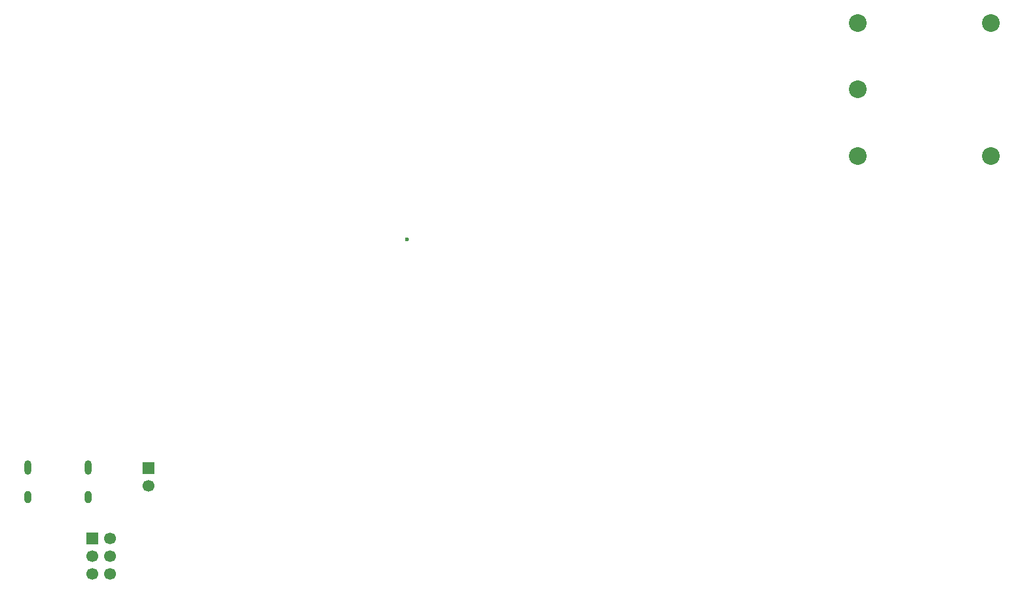
<source format=gbr>
%TF.GenerationSoftware,KiCad,Pcbnew,9.0.4*%
%TF.CreationDate,2025-09-29T16:45:49+02:00*%
%TF.ProjectId,gpsdo,67707364-6f2e-46b6-9963-61645f706362,rev?*%
%TF.SameCoordinates,Original*%
%TF.FileFunction,Copper,L4,Bot*%
%TF.FilePolarity,Positive*%
%FSLAX46Y46*%
G04 Gerber Fmt 4.6, Leading zero omitted, Abs format (unit mm)*
G04 Created by KiCad (PCBNEW 9.0.4) date 2025-09-29 16:45:49*
%MOMM*%
%LPD*%
G01*
G04 APERTURE LIST*
%TA.AperFunction,HeatsinkPad*%
%ADD10O,1.000000X2.100000*%
%TD*%
%TA.AperFunction,HeatsinkPad*%
%ADD11O,1.000000X1.800000*%
%TD*%
%TA.AperFunction,ComponentPad*%
%ADD12R,1.700000X1.700000*%
%TD*%
%TA.AperFunction,ComponentPad*%
%ADD13C,1.700000*%
%TD*%
%TA.AperFunction,ComponentPad*%
%ADD14C,2.540000*%
%TD*%
%TA.AperFunction,ViaPad*%
%ADD15C,0.600000*%
%TD*%
G04 APERTURE END LIST*
D10*
%TO.P,J3,S1,SHIELD*%
%TO.N,GND*%
X62227500Y-111715000D03*
D11*
X62227500Y-115915000D03*
D10*
X70867500Y-111715000D03*
D11*
X70867500Y-115915000D03*
%TD*%
D12*
%TO.P,J2,1,Pin_1*%
%TO.N,VDDA_3V3*%
X71427500Y-121840000D03*
D13*
%TO.P,J2,2,Pin_2*%
%TO.N,NRST*%
X73967500Y-121840000D03*
%TO.P,J2,3,Pin_3*%
%TO.N,SWO*%
X71427500Y-124380000D03*
%TO.P,J2,4,Pin_4*%
%TO.N,SWCLK*%
X73967500Y-124380000D03*
%TO.P,J2,5,Pin_5*%
%TO.N,SWDIO*%
X71427500Y-126920000D03*
%TO.P,J2,6,Pin_6*%
%TO.N,GND*%
X73967500Y-126920000D03*
%TD*%
D12*
%TO.P,J1,1,Pin_1*%
%TO.N,PPS_5V*%
X79477500Y-111760000D03*
D13*
%TO.P,J1,2,Pin_2*%
%TO.N,GND*%
X79477500Y-114300000D03*
%TD*%
D14*
%TO.P,OSC5A2B1,1,Out*%
%TO.N,OCXO_Out*%
X180975000Y-47975000D03*
%TO.P,OSC5A2B1,2,GND*%
%TO.N,GND*%
X180975000Y-57500000D03*
%TO.P,OSC5A2B1,3,Vref*%
%TO.N,Net-(OSC5A2B1-Vref)*%
X180975000Y-67025000D03*
%TO.P,OSC5A2B1,4,NC*%
%TO.N,unconnected-(OSC5A2B1-NC-Pad4)*%
X200025000Y-67025000D03*
%TO.P,OSC5A2B1,5,Vcc*%
%TO.N,VCC_5V*%
X200025000Y-47975000D03*
%TD*%
D15*
%TO.N,GND*%
X116500000Y-79000000D03*
%TD*%
M02*

</source>
